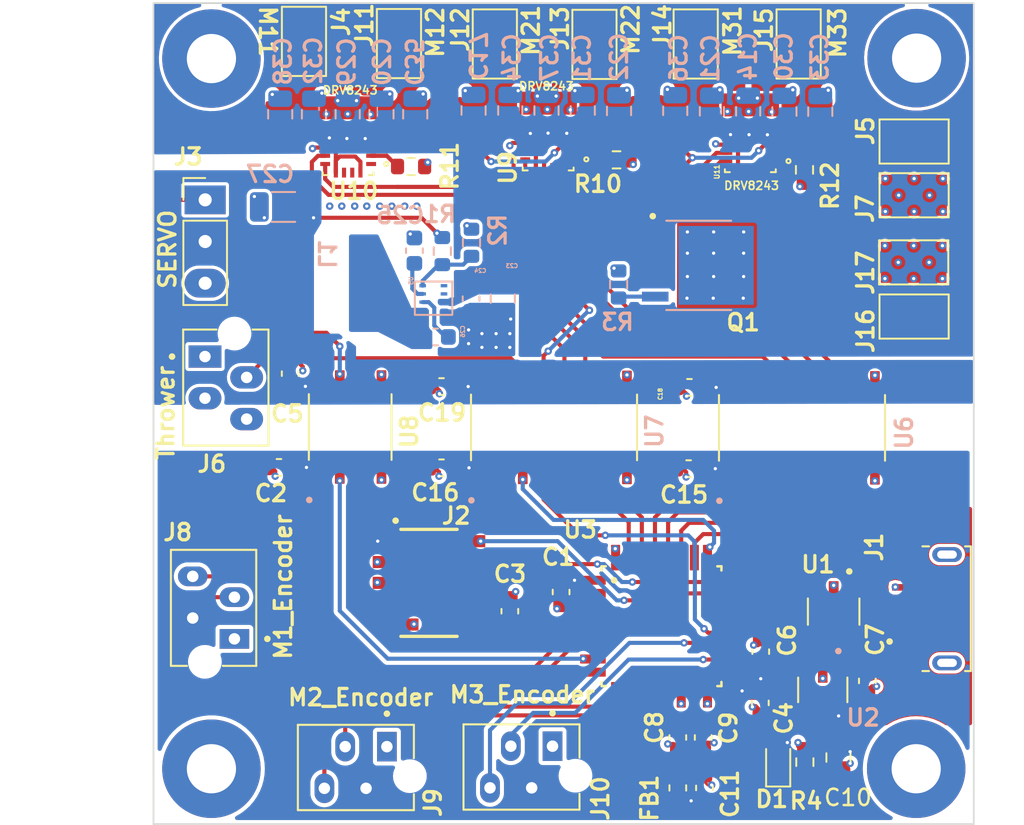
<source format=kicad_pcb>
(kicad_pcb (version 20211014) (generator pcbnew)
  (layers (0 "F.Cu" mixed) (1 "In1.Cu" power "GND1") (2 "In2.Cu" power "GND2") (31 "B.Cu" mixed) (34 "B.Paste" user) (35 "F.Paste" user) (36 "B.SilkS" user "B.Silkscreen") (37 "F.SilkS" user "F.Silkscreen") (38 "B.Mask" user) (39 "F.Mask" user) (44 "Edge.Cuts" user))
  (net 0 "")
  (net 1 "/NRST")
  (net 2 "+5V")
  (net 3 "/SWDIO")
  (net 4 "/V+")
  (net 5 "GND2")
  (net 6 "Net-(D1-Pad1)")
  (net 7 "/USB_D-")
  (net 8 "/USB_D+")
  (net 10 "/Thrower_PWM")
  (net 12 "/Motor1_OUT2")
  (net 13 "/Motor1_OUT1")
  (net 14 "/Motor2_OUT2")
  (net 15 "/Motor2_OUT1")
  (net 16 "/Motor3_OUT2")
  (net 17 "/Motor3_OUT1")
  (net 20 "/Motor2_ENCA")
  (net 21 "/Motor2_ENCB")
  (net 22 "/Servo_PWM")
  (net 24 "/Motor3_ENCB")
  (net 26 "/Motor3_ENCA")
  (net 29 "/Motor1_ENCA")
  (net 30 "/Motor1_ENCB")
  (net 31 "/nSLEEP")
  (net 32 "/Motor3_DIR")
  (net 33 "/Motor3_PWM")
  (net 34 "/Motor2_DIR")
  (net 35 "/Motor2_PWM")
  (net 36 "/Motor1_DIR")
  (net 37 "/Motor1_PWM")
  (net 41 "/Thrower_PWM_Isolated")
  (net 42 "/nSLEEP_Isolated")
  (net 43 "/Motor3_DIR_Isolated")
  (net 44 "/Motor3_PWM_Isolated")
  (net 49 "/Motor2_DIR_Isolated")
  (net 50 "/Motor2_PWM_Isolated")
  (net 51 "/Motor1_DIR_Isolated")
  (net 52 "/Motor1_PWM_Isolated")
  (net 54 "/Servo_PWM_Isolated")
  (net 59 "Net-(R10-Pad2)")
  (net 64 "/SWCLK")
  (net 68 "GND")
  (net 69 "/3.3VA")
  (net 71 "Net-(C26-Pad1)")
  (net 77 "Net-(C25-Pad1)")
  (net 78 "+5VD")
  (net 79 "/FB")
  (net 82 "/VM")
  (net 83 "Net-(Q1-Pad4)")
  (net 84 "+3.3V")
  (net 85 "Net-(R11-Pad2)")
  (net 86 "Net-(R12-Pad2)")
  (net 87 "/SW")
  (footprint "Micro-MaTch215079-4:TE_7-215079-4" (layer "F.Cu") (at 130.9149 121.4727 -90)
    (fp_text reference "J8")
    (fp_text value "M1_Encoder")
  )
  (footprint "Micro-MaTch215079-4:TE_7-215079-4" (layer "F.Cu") (at 129.1215 104.2675 90)
    (fp_text reference "J6")
    (fp_text value "Thrower")
  )
  (footprint "Capacitor_SMD:C_0603_1608Metric" (layer "F.Cu") (at 133.6294 111.0234)
    (fp_text reference "C2")
    (fp_text value "0.1uF")
  )
  (footprint "Capacitor_SMD:C_0603_1608Metric" (layer "F.Cu") (at 150.8252 118.618 -90)
    (fp_text reference "C1")
    (fp_text value "100nF")
  )
  (footprint "Connector_PinHeader_2.54mm:PinHeader_1x03_P2.54mm_Vertical" (layer "F.Cu") (at 129.1336 94.7166)
    (fp_text reference "J3")
    (fp_text value "SERVO")
  )
  (footprint "Inductor_SMD:L_0603_1608Metric" (layer "F.Cu") (at 157.9372 130.556 -90)
    (fp_text reference "FB1")
    (fp_text value "120R")
  )
  (footprint "Capacitor_SMD:C_0603_1608Metric" (layer "F.Cu") (at 157.9372 127.4826 -90)
    (fp_text reference "C8")
    (fp_text value "10nF")
  )
  (footprint "Samtec FTSH-105-01-L-DV-K:SAMTEC_FTSH-105-XX-X-DV" (layer "F.Cu") (at 142.7734 118.0592 -90)
    (fp_text reference "J2")
    (fp_text value "Programmer")
  )
  (footprint "1pinSMD:1PinSMD" (layer "F.Cu") (at 172.2882 101.854 180)
    (fp_text reference "J16")
    (fp_text value "Thrower+")
  )
  (footprint "STM32G441KB:STM32G441KB" (layer "F.Cu") (at 156.9466 120.7008)
    (fp_text reference "U3")
    (fp_text value "STM32G441KB")
  )
  (footprint "LED_SMD:LED_0603_1608Metric" (layer "F.Cu") (at 164.0545 128.9851 90)
    (fp_text reference "D1")
    (fp_text value "LED")
  )
  (footprint "1pinSMD:1PinSMD" (layer "F.Cu") (at 172.2628 98.552 180)
    (fp_text reference "J17")
    (fp_text value "Thrower-")
  )
  (footprint "Capacitor_SMD:C_0603_1608Metric" (layer "F.Cu") (at 159.5628 130.556 90)
    (fp_text reference "C11")
    (fp_text value "1uF")
  )
  (footprint "Resistor_SMD:R_0603_1608Metric" (layer "F.Cu") (at 165.68 128.985 90)
    (fp_text reference "R4")
    (fp_text value "1k5")
  )
  (footprint "DRV8243:DRV8243" (layer "F.Cu") (at 150.0378 90.623799 180)
    (fp_text reference "U9")
    (fp_text value "DRV8243")
  )
  (footprint "1pinSMD:1PinSMD" (layer "F.Cu") (at 135.18 85.11 -90)
    (fp_text reference "J4")
    (fp_text value "M11")
  )
  (footprint "Micro-MaTch215079-4:TE_7-215079-4" (layer "F.Cu") (at 150.3017 128.0127)
    (fp_text reference "J10")
    (fp_text value "M3_Encoder")
  )
  (footprint "1pinSMD:1PinSMD" (layer "F.Cu") (at 172.3898 94.4118)
    (fp_text reference "J7")
    (fp_text value "Battery-")
  )
  (footprint "Capacitor_SMD:C_0603_1608Metric" (layer "F.Cu") (at 134.3152 105.3084 90)
    (fp_text reference "C5")
    (fp_text value "0.1uF")
  )
  (footprint "Resistor_SMD:R_0603_1608Metric" (layer "F.Cu") (at 141.6812 92.6846 180)
    (fp_text reference "R11")
    (fp_text value "3k")
  )
  (footprint "Capacitor_SMD:C_0603_1608Metric" (layer "F.Cu") (at 143.5354 111.0488)
    (fp_text reference "C16")
    (fp_text value "0.1uF")
  )
  (footprint "1pinSMD:1PinSMD" (layer "F.Cu") (at 146.7612 85.1662 90)
    (fp_text reference "J12")
    (fp_text value "M21")
  )
  (footprint "DRV8243:DRV8243" (layer "F.Cu") (at 137.8464 90.907 180)
    (fp_text reference "U10")
    (fp_text value "DRV8243")
  )
  (footprint "1pinSMD:1PinSMD" (layer "F.Cu") (at 152.8318 85.1916 90)
    (fp_text reference "J13")
    (fp_text value "M22")
  )
  (footprint "Capacitor_SMD:C_0603_1608Metric" (layer "F.Cu") (at 162.9918 122.2502 90)
    (fp_text reference "C6")
    (fp_text value "4.7uF")
  )
  (footprint "Resistor_SMD:R_0603_1608Metric" (layer "F.Cu") (at 154.2034 92.2782 180)
    (fp_text reference "R10")
    (fp_text value "3k")
  )
  (footprint "CM1223-02SO:SOT95P280X145-5N" (layer "F.Cu") (at 167.4368 119.8118 -90)
    (fp_text reference "U1")
    (fp_text value "CM1223")
  )
  (footprint "Capacitor_SMD:C_0603_1608Metric" (layer "F.Cu") (at 147.701 119.7864 90)
    (fp_text reference "C3")
    (fp_text value "100nF")
  )
  (footprint "USB_Amphenol:FCI_10118193-0001LF" (layer "F.Cu") (at 174.3456 119.634 90)
    (fp_text reference "J1")
    (fp_text value "USB_B_Micro")
  )
  (footprint "1pinSMD:1PinSMD" (layer "F.Cu") (at 172.3898 91.1352)
    (fp_text reference "J5")
    (fp_text value "Battery+")
  )
  (footprint "Capacitor_SMD:C_0603_1608Metric" (layer "F.Cu") (at 169.49 124.035 -90)
    (fp_text reference "C7")
    (fp_text value "1uF")
  )
  (footprint "Micro-MaTch215079-4:TE_7-215079-4" (layer "F.Cu") (at 140.208 128.0414)
    (fp_text reference "J9")
    (fp_text value "M2_Encoder")
  )
  (footprint "Capacitor_SMD:C_0603_1608Metric" (layer "F.Cu") (at 143.5354 106.0958)
    (fp_text reference "C19")
    (fp_text value "0.1uF")
  )
  (footprint "Capacitor_SMD:C_0805_2012Metric" (layer "F.Cu") (at 167.7288 128.7044 -90)
    (fp_text reference "C10")
    (fp_text value "10uF")
  )
  (footprint "1pinSMD:1PinSMD" (layer "F.Cu") (at 140.9192 85.1408 90)
    (fp_text reference "J11")
    (fp_text value "M12")
  )
  (footprint "Capacitor_SMD:C_0603_1608Metric" (layer "F.Cu") (at 162.9664 125.3744 -90)
    (fp_text reference "C4")
    (fp_text value "100nF")
  )
  (footprint "Capacitor_SMD:C_0603_1608Metric" (layer "F.Cu") (at 158.6484 106.1466)
    (fp_text reference "C18")
    (fp_text value "0.1uF")
  )
  (footprint "Resistor_SMD:R_0603_1608Metric" (layer "F.Cu") (at 165.6588 92.8878 90)
    (fp_text reference "R12")
    (fp_text value "3k")
  )
  (footprint "1pinSMD:1PinSMD" (layer "F.Cu") (at 165.2778 85.1662 90)
    (fp_text reference "J15")
    (fp_text value "M33")
  )
  (footprint "1pinSMD:1PinSMD" (layer "F.Cu") (at 159.004 85.1662 90)
    (fp_text reference "J14")
    (fp_text value "M31")
  )
  (footprint "Capacitor_SMD:C_0603_1608Metric" (layer "F.Cu") (at 158.5976 111.0996)
    (fp_text reference "C15")
    (fp_text value "0.1uF")
  )
  (footprint "Capacitor_SMD:C_0603_1608Metric" (layer "F.Cu") (at 159.4866 127.4826 -90)
    (fp_text reference "C9")
    (fp_text value "1uF")
  )
  (footprint "DRV8243:DRV8243" (layer "F.Cu") (at 162.3574 90.7292 180)
    (fp_text reference "U11")
    (fp_text value "DRV8243")
  )
  (footprint "TPS62933:TPS62933" (layer "B.Cu") (at 143.6878 99.949 180)
    (fp_text reference "U5")
    (fp_text value "TPS62933")
  )
  (footprint "Capacitor_SMD:C_0805_2012Metric" (layer "B.Cu") (at 133.7056 89.4994 90)
    (fp_text reference "C38")
    (fp_text value "10uF")
  )
  (footprint "Capacitor_SMD:C_1206_3216Metric" (layer "B.Cu") (at 133.9088 95.1484)
    (fp_text reference "C27")
    (fp_text value "100uF")
  )
  (footprint "Capacitor_SMD:C_0805_2012Metric" (layer "B.Cu") (at 152.146 89.2708 90)
    (fp_text reference "C31")
    (fp_text value "10uF")
  )
  (footprint "Resistor_SMD:R_0603_1608Metric" (layer "B.Cu") (at 143.5862 97.8408 -90)
    (fp_text reference "R1")
    (fp_text value "52k3")
  )
  (footprint "Capacitor_SMD:C_0805_2012Metric" (layer "B.Cu") (at 154.3558 89.2962 90)
    (fp_text reference "C22")
    (fp_text value "10uF")
  )
  (footprint "Capacitor_SMD:C_0603_1608Metric" (layer "B.Cu") (at 143.1798 103.0732 180)
    (fp_text reference "C26")
    (fp_text value "100nF")
  )
  (footprint "Capacitor_SMD:C_0805_2012Metric" (layer "B.Cu") (at 139.8778 89.4994 90)
    (fp_text reference "C20")
    (fp_text value "10uF")
  )
  (footprint "Capacitor_SMD:C_0805_2012Metric" (layer "B.Cu") (at 147.2692 100.7364 -90)
    (fp_text reference "C23")
    (fp_text value "10uF")
  )
  (footprint "Capacitor_SMD:C_0805_2012Metric" (layer "B.Cu") (at 135.763 89.4994 90)
    (fp_text reference "C32")
    (fp_text value "10uF")
  )
  (footprint "Resistor_SMD:R_0603_1608Metric" (layer "B.Cu") (at 154.3304 99.8728 90)
    (fp_text reference "R3")
    (fp_text value "100")
  )
  (footprint "Capacitor_SMD:C_0805_2012Metric" (layer "B.Cu") (at 145.4912 89.2708 90)
    (fp_text reference "C17")
    (fp_text value "10uF")
  )
  (footprint "Capacitor_SMD:C_0805_2012Metric" (layer "B.Cu") (at 162.2258 89.3196 90)
    (fp_text reference "C14")
    (fp_text value "10uF")
  )
  (footprint "Capacitor_SMD:C_0805_2012Metric" (layer "B.Cu") (at 137.8204 89.4994 90)
    (fp_text reference "C29")
    (fp_text value "10uF")
  )
  (footprint "MAX14930:MAX14930DASE+" (layer "B.Cu") (at 150.3934 109.4994 -90)
    (fp_text reference "U7")
    (fp_text value "MAX14930")
  )
  (footprint "BUK6Y10:TO127P600X120-5N" (layer "B.Cu") (at 159.2114 99.21745 90)
    (fp_text reference "Q1")
    (fp_text value "BUK6Y10")
  )
  (footprint "Resistor_SMD:R_0603_1608Metric" (layer "B.Cu") (at 145.3642 97.3328 -90)
    (fp_text reference "R2")
    (fp_text value "10k")
  )
  (footprint "Capacitor_SMD:C_0805_2012Metric" (layer "B.Cu") (at 157.7808 89.2892 90)
    (fp_text reference "C36")
    (fp_text value "10uF")
  )
  (footprint "Capacitor_SMD:C_0805_2012Metric" (layer "B.Cu") (at 164.4356 89.3298 90)
    (fp_text reference "C30")
    (fp_text value "10uF")
  )
  (footprint "Capacitor_SMD:C_0603_1608Metric" (layer "B.Cu") (at 141.8844 97.8154 90)
    (fp_text reference "C25")
    (fp_text value "33nF")
  )
  (footprint "SRP6060FA5R6M:SRP6060FA5R6M" (layer "B.Cu") (at 133.4498 102.948 90)
    (fp_text reference "L1")
    (fp_text value "5.6uH")
  )
  (footprint "MAX14930:MAX14930DASE+" (layer "B.Cu") (at 165.5064 109.527 -90)
    (fp_text reference "U6")
    (fp_text value "MAX14930")
  )
  (footprint "Capacitor_SMD:C_0603_1608Metric" (layer "B.Cu") (at 145.3388 100.7364 -90)
    (fp_text reference "C24")
    (fp_text value "100nF")
  )
  (footprint "Capacitor_SMD:C_0805_2012Metric" (layer "B.Cu") (at 141.9352 89.4994 90)
    (fp_text reference "C35")
    (fp_text value "10uF")
  )
  (footprint "NCP164C:SOP95P275X110-5N" (layer "B.Cu") (at 166.7721 124.0723 90)
    (fp_text reference "U2")
    (fp_text value "NCP164C")
  )
  (footprint "Capacitor_SMD:C_0805_2012Metric" (layer "B.Cu") (at 147.7264 89.2708 90)
    (fp_text reference "C34")
    (fp_text value "10uF")
  )
  (footprint "MAX12930:MAX12930EASA+" (layer "B.Cu") (at 137.9728 109.4762 -90)
    (fp_text reference "U8")
    (fp_text value "MAX12930")
  )
  (footprint "Capacitor_SMD:C_0805_2012Metric" (layer "B.Cu") (at 166.62 89.34 90)
    (fp_text reference "C33")
    (fp_text value "10uF")
  )
  (footprint "Capacitor_SMD:C_0805_2012Metric" (layer "B.Cu") (at 160.016 89.3196 90)
    (fp_text reference "C21")
    (fp_text value "10uF")
  )
  (footprint "Capacitor_SMD:C_0805_2012Metric" (layer "B.Cu") (at 149.9362 89.2708 90)
    (fp_text reference "C37")
    (fp_text value "10uF")
  )
  (gr_rect (start 125.984 132.7658) (end 175.9712 82.7278) (layer "Edge.Cuts") (width 0.1) (fill none))
  (via (at 172.4914 86.0806) (size 6) (drill 3) (layers "F.Cu" "B.Cu") (net 0))
  (via (at 129.5146 129.3876) (size 6) (drill 3) (layers "F.Cu" "B.Cu") (net 0))
  (via (at 172.466 129.3876) (size 6) (drill 3) (layers "F.Cu" "B.Cu") (net 0))
  (via (at 129.5146 86.106) (size 6) (drill 3) (layers "F.Cu" "B.Cu") (net 0))
  (segment (start 152.7666 120.3008) (end 147.9616 120.3008) (width 0.25) (layer "F.Cu") (net 1))
  (segment (start 147.6632 120.5992) (end 147.701 120.5614) (width 0.25) (layer "F.Cu") (net 1))
  (segment (start 147.9616 120.3008) (end 147.701 120.5614) (width 0.25) (layer "F.Cu") (net 1))
  (segment (start 144.8084 120.5992) (end 147.6632 120.5992) (width 0.25) (layer "F.Cu") (net 1))
  (segment (start 156.1018 118.7008) (end 155.8798 118.9228) (width 0.25) (layer "F.Cu") (net 3))
  (segment (start 161.1266 118.7008) (end 156.1018 118.7008) (width 0.25) (layer "F.Cu") (net 3))
  (segment (start 155.8798 118.9228) (end 155.6766 119.126) (width 0.25) (layer "F.Cu") (net 3))
  (segment (start 155.6766 119.126) (end 154.6606 119.126) (width 0.25) (layer "F.Cu") (net 3))
  (segment (start 144.8084 115.5192) (end 145.923 115.5192) (width 0.25) (layer "F.Cu") (net 3))
  (via (at 145.923 115.5192) (size 0.45) (drill 0.2) (layers "F.Cu" "B.Cu") (net 3))
  (via (at 154.6606 119.126) (size 0.45) (drill 0.2) (layers "F.Cu" "B.Cu") (net 3))
  (segment (start 150.612695 115.5192) (end 154.219495 119.126) (width 0.25) (layer "B.Cu") (net 3))
  (segment (start 145.923 115.5192) (end 150.612695 115.5192) (width 0.25) (layer "B.Cu") (net 3))
  (segment (start 154.219495 119.126) (end 154.6606 119.126) (width 0.25) (layer "B.Cu") (net 3))
  (via (at 158.5214 99.3902) (size 0.45) (drill 0.2) (layers "F.Cu" "B.Cu") (net 4))
  (via (at 161.9504 97.9678) (size 0.45) (drill 0.2) (layers "F.Cu" "B.Cu") (net 4))
  (via (at 160.0962 100.711) (size 0.45) (drill 0.2) (layers "F.Cu" "B.Cu") (net 4))
  (via (at 158.496 100.711) (size 0.45) (drill 0.2) (layers "F.Cu" "B.Cu") (net 4))
  (via (at 158.5214 97.9678) (size 0.45) (drill 0.2) (layers "F.Cu" "B.Cu") (net 4))
  (via (at 161.9504 99.3902) (size 0.45) (drill 0.2) (layers "F.Cu" "B.Cu") (net 4))
  (via (at 161.925 100.711) (size 0.45) (drill 0.2) (layers "F.Cu" "B.Cu") (net 4))
  (via (at 160.1216 97.9678) (size 0.45) (drill 0.2) (layers "F.Cu" "B.Cu") (net 4))
  (via (at 160.1216 99.3902) (size 0.45) (drill 0.2) (layers "F.Cu" "B.Cu") (net 4))
  (via (at 161.9504 96.6724) (size 0.45) (drill 0.2) (layers "F.Cu" "B.Cu") (net 4))
  (via (at 158.5214 96.6724) (size 0.45) (drill 0.2) (layers "F.Cu" "B.Cu") (net 4))
  (via (at 160.1216 96.6724) (size 0.45) (drill 0.2) (layers "F.Cu" "B.Cu") (net 4))
  (segment (start 138.2776 92.075) (end 138.596401 92.393801) (width 0.25) (layer "F.Cu") (net 5))
  (segment (start 134.734 104.5334) (end 134.9248 104.7242) (width 0.25) (layer "F.Cu") (net 5))
  (segment (start 143.2814 106.2228) (end 143.4084 106.3498) (width 0.25) (layer "F.Cu") (net 5))
  (segment (start 138.596401 92.393801) (end 138.596401 93.057001) (width 0.25) (layer "F.Cu") (net 5))
  (segment (start 134.9248 104.7242) (end 135.0772 104.8766) (width 0.25) (layer "F.Cu") (net 5))
  (segment (start 142.5062 92.6846) (end 142.5062 92.6216) (width 0.254) (layer "F.Cu") (net 5))
  (segment (start 161.607399 93.357599) (end 161.8742 93.6244) (width 0.254) (layer "F.Cu") (net 5))
  (segment (start 162.7632 93.6244) (end 163.107401 93.280199) (width 0.254) (layer "F.Cu") (net 5))
  (segment (start 161.607399 91.579599) (end 161.607399 92.879201) (width 0.254) (layer "F.Cu") (net 5))
  (segment (start 158.4706 106.553) (end 158.4706 106.68) (width 0.25) (layer "F.Cu") (net 5))
  (segment (start 135.0772 104.8766) (end 135.0772 105.1306) (width 0.25) (layer "F.Cu") (net 5))
  (segment (start 134.3152 104.5334) (end 134.734 104.5334) (width 0.25) (layer "F.Cu") (net 5))
  (segment (start 143.1544 106.0958) (end 143.2814 106.2228) (width 0.25) (layer "F.Cu") (net 5))
  (segment (start 163.107401 93.280199) (end 163.107401 92.879201) (width 0.254) (layer "F.Cu") (net 5))
  (segment (start 149.287799 92.7738) (end 149.287799 93.327799) (width 0.254) (layer "F.Cu") (net 5))
  (segment (start 149.287799 91.426599) (end 149.287799 92.7738) (width 0.254) (layer "F.Cu") (net 5))
  (segment (start 137.096399 93.057001) (end 137.096399 92.316401) (width 0.25) (layer "F.Cu") (net 5))
  (segment (start 161.382 91.3542) (end 161.607399 91.579599) (width 0.254) (layer "F.Cu") (net 5))
  (segment (start 149.287799 93.327799) (end 149.5336 93.5736) (width 0.254) (layer "F.Cu") (net 5))
  (segment (start 149.5336 93.5736) (end 150.4188 93.5736) (width 0.254) (layer "F.Cu") (net 5))
  (segment (start 137.096399 91.782799) (end 136.8456 91.532) (width 0.254) (layer "F.Cu") (net 5))
  (segment (start 161.607399 92.879201) (end 161.607399 93.357599) (width 0.254) (layer "F.Cu") (net 5))
  (segment (start 148.6378 91.248799) (end 148.085339 91.248799) (width 0.254) (layer "F.Cu") (net 5))
  (segment (start 149.109999 91.248799) (end 149.287799 91.426599) (width 0.254) (layer "F.Cu") (net 5))
  (segment (start 158.0642 106.1466) (end 158.242 106.3244) (width 0.25) (layer "F.Cu") (net 5))
  (segment (start 135.73387 91.532) (end 135.675224 91.590646) (width 0.254) (layer "F.Cu") (net 5))
  (segment (start 160.9574 91.3542) (end 161.382 91.3542) (width 0.254) (layer "F.Cu") (net 5))
  (segment (start 150.4188 93.5736) (end 150.787801 93.204599) (width 0.254) (layer "F.Cu") (net 5))
  (segment (start 142.7604 106.0958) (end 143.1544 106.0958) (width 0.25) (layer "F.Cu") (net 5))
  (segment (start 148.085339 91.248799) (end 147.866801 91.248799) (width 0.25) (layer "F.Cu") (net 5))
  (segment (start 142.5062 92.6216) (end 142.6972 92.4306) (width 0.254) (layer "F.Cu") (net 5))
  (segment (start 137.3378 92.075) (end 138.2776 92.075) (width 0.25) (layer "F.Cu") (net 5))
  (segment (start 161.8742 93.6244) (end 162.7632 93.6244) (width 0.254) (layer "F.Cu") (net 5))
  (segment (start 150.787801 93.204599) (end 150.787801 92.7738) (width 0.254) (layer "F.Cu") (net 5))
  (segment (start 160.298101 91.3542) (end 160.2486 91.304699) (width 0.254) (layer "F.Cu") (net 5))
  (segment (start 136.8456 91.532) (end 136.4464 91.532) (width 0.254) (layer "F.Cu") (net 5))
  (segment (start 158.242 106.3244) (end 158.4706 106.553) (width 0.25) (layer "F.Cu") (net 5))
  (segment (start 136.4464 91.532) (end 135.73387 91.532) (width 0.254) (layer "F.Cu") (net 5))
  (segment (start 148.6378 91.248799) (end 149.109999 91.248799) (width 0.254) (layer "F.Cu") (net 5))
  (segment (start 137.096399 92.316401) (end 137.3378 92.075) (width 0.25) (layer "F.Cu") (net 5))
  (segment (start 157.8734 106.1466) (end 158.0642 106.1466) (width 0.25) (layer "F.Cu") (net 5))
  (segment (start 143.4084 106.3498) (end 143.4084 106.5276) (width 0.25) (layer "F.Cu") (net 5))
  (segment (start 147.866801 91.248799) (end 147.701 91.4146) (width 0.25) (layer "F.Cu") (net 5))
  (segment (start 137.096399 93.057001) (end 137.096399 91.782799) (width 0.254) (layer "F.Cu") (net 5))
  (segment (start 160.9574 91.3542) (end 160.298101 91.3542) (width 0.254) (layer "F.Cu") (net 5))
  (via (at 136.525 89.4842) (size 0.45) (drill 0.2) (layers "F.Cu" "B.Cu") (net 5))
  (via (at 139.7694 95.1) (size 0.45) (drill 0.2) (layers "F.Cu" "B.Cu") (net 5))
  (via (at 158.4706 106.68) (size 0.45) (drill 0.2) (layers "F.Cu" "B.Cu") (net 5))
  (via (at 174.0662 97.5106) (size 0.45) (drill 0.2) (layers "F.Cu" "B.Cu") (net 5))
  (via (at 148.209 88.0618) (size 0.45) (drill 0.2) (layers "F.Cu" "B.Cu") (net 5))
  (via (at 147.701 91.4146) (size 0.45) (drill 0.2) (layers "F.Cu" "B.Cu") (net 5))
  (via (at 145.9992 102.87) (size 0.45) (drill 0.2) (layers "F.Cu" "B.Cu") (net 5))
  (via (at 170.5864 93.4212) (size 0.45) (drill 0.2) (layers "F.Cu" "B.Cu") (net 5))
  (via (at 147.701 102.87) (size 0.45) (drill 0.2) (layers "F.Cu" "B.Cu") (net 5))
  (via (at 154.8384 105.3846) (size 0.45) (drill 0.2) (layers "F.Cu" "B.Cu") (net 5))
  (via (at 139.2174 89.5096) (size 0.45) (drill 0.2) (layers "F.Cu" "B.Cu") (net 5))
  (via (at 140.3858 88.265) (size 0.45) (drill 0.2) (layers "F.Cu" "B.Cu") (net 5))
  (via (at 160.5026 88.011) (size 0.45) (drill 0.2) (layers "F.Cu" "B.Cu") (net 5))
  (via (at 163.6522 89.3572) (size 0.45) (drill 0.2) (layers "F.Cu" "B.Cu") (net 5))
  (via (at 167.1066 88.0364) (size 0.45) (drill 0.2) (layers "F.Cu" "B.Cu") (net 5))
  (via (at 142.6972 92.4306) (size 0.45) (drill 0.2) (layers "F.Cu" "B.Cu") (net 5))
  (via (at 173.2534 98.5266) (size 0.45) (drill 0.2) (layers "F.Cu" "B.Cu") (net 5))
  (via (at 137.458 95.1) (size 0.45) (drill 0.2) (layers "F.Cu" "B.Cu") (net 5))
  (via (at 174.0916 95.4278) (size 0.45) (drill 0.2) (layers "F.Cu" "B.Cu") (net 5))
  (via (at 151.384 89.2302) (size 0.45) (drill 0.2) (layers "F.Cu" "B.Cu") (net 5))
  (via (at 138.3538 88.6714) (size 0.45) (drill 0.2) (layers "F.Cu" "B.Cu") (net 5))
  (via (at 145.9992 103.7082) (size 0.45) (drill 0.2) (layers "F.Cu" "B.Cu") (net 5))
  (via (at 145.1864 103.4796) (size 0.45) (drill 0.2) (layers "F.Cu" "B.Cu") (net 5))
  (via (at 162.7886 88.519) (size 0.45) (drill 0.2) (layers "F.Cu" "B.Cu") (net 5))
  (via (at 136.7214 95.1) (size 0.45) (drill 0.2) (layers "F.Cu" "B.Cu") (net 5))
  (via (at 169.9514 105.41) (size 0.45) (drill 0.2) (layers "F.Cu" "B.Cu") (net 5))
  (via (at 141.6304 96.7994) (size 0.45) (drill 0.2) (layers "F.Cu" "B.Cu") (net 5))
  (via (at 146.8628 103.7082) (size 0.45) (drill 0.2) (layers "F.Cu" "B.Cu") (net 5))
  (via (at 170.561 97.5106) (size 0.45) (drill 0.2) (layers "F.Cu" "B.Cu") (net 5))
  (via (at 145.0848 96.2914) (size 0.45) (drill 0.2) (layers "F.Cu" "B.Cu") (net 5))
  (via (at 150.5204 88.392) (size 0.45) (drill 0.2) (layers "F.Cu" "B.Cu") (net 5))
  (via (at 133.223 88.2904) (size 0.45) (drill 0.2) (layers "F.Cu" "B.Cu") (net 5))
  (via (at 141.2934 95.1) (size 0.45) (drill 0.2) (layers "F.Cu" "B.Cu") (net 5))
  (via (at 160.2486 91.304699) (size 0.45) (drill 0.2) (layers "F.Cu" "B.Cu") (net 5))
  (via (at 164.9476 88.011) (size 0.45) (drill 0.2) (layers "F.Cu" "B.Cu") (net 5))
  (via (at 142.4178 88.265) (size 0.45) (drill 0.2) (layers "F.Cu" "B.Cu") (net 5))
  (via (at 151.6634 88.0618) (size 0.45) (drill 0.2) (layers "F.Cu" "B.Cu") (net 5))
  (via (at 170.561 99.5172) (size 0.45) (drill 0.2) (layers "F.Cu" "B.Cu") (net 5))
  (via (at 138.982 95.1) (size 0.45) (drill 0.2) (layers "F.Cu" "B.Cu") (net 5))
  (via (at 149.987 89.2048) (size 0.45) (drill 0.2) (layers "F.Cu" "B.Cu") (net 5))
  (via (at 137.8204 89.4842) (size 0.45) (drill 0.2) (layers "F.Cu" "B.Cu") (net 5))
  (via (at 174.0662 99.5172) (size 0.45) (drill 0.2) (layers "F.Cu" "B.Cu") (net 5))
  (via (at 144.9832 88.0618) (size 0.45) (drill 0.2) (layers "F.Cu" "B.Cu") (net 5))
  (via (at 143.4084 106.5276) (size 0.45) (drill 0.2) (layers "F.Cu" "B.Cu") (net 5))
  (via (at 139.8778 105.3592) (size 0.45) (drill 0.2) (layers "F.Cu" "B.Cu") (net 5))
  (via (at 132.7404 95.8088) (size 0.45) (drill 0.2) (layers "F.Cu" "B.Cu") (net 5))
  (via (at 154.8384 88.0364) (size 0.45) (drill 0.2) (layers "F.Cu" "B.Cu") (net 5))
  (via (at 155.2194 92.5576) (size 0.45) (drill 0.2) (layers "F.Cu" "B.Cu") (net 5))
  (via (at 172.339 93.4212) (size 0.45) (drill 0.2) (layers "F.Cu" "B.Cu") (net 5))
  (via (at 145.1864 102.6414) (size 0.45) (drill 0.2) (layers "F.Cu" "B.Cu") (net 5))
  (via (at 174.0916 93.4212) (size 0.45) (drill 0.2) (layers "F.Cu" "B.Cu") (net 5))
  (via (at 170.5864 95.4278) (size 0.45) (drill 0.2) (layers "F.Cu" "B.Cu") (net 5))
  (via (at 165.3794 93.9038) (size 0.45) (drill 0.2) (layers "F.Cu" "B.Cu") (net 5))
  (via (at 172.3136 99.5172) (size 0.45) (drill 0.2) (layers "F.Cu" "B.Cu") (net 5))
  (via (at 138.2454 95.1) (size 0.45) (drill 0.2) (layers "F.Cu" "B.Cu") (net 5))
  (via (at 154.051 98.8822) (size 0.45) (drill 0.2) (layers "F.Cu" "B.Cu") (net 5))
  (via (at 172.339 95.4278) (size 0.45) (drill 0.2) (layers "F.Cu" "B.Cu") (net 5))
  (via (at 147.701 103.7082) (size 0.45) (drill 0.2) (layers "F.Cu" "B.Cu") (net 5))
  (via (at 146.8628 102.87) (size 0.45) (drill 0.2) (layers "F.Cu" "B.Cu") (net 5))
  (via (at 162.2552 89.3318) (size 0.45) (drill 0.2) (layers "F.Cu" "B.Cu") (net 5))
  (via (at 132.1308 94.5134) (size 0.45) (drill 0.2) (layers "F.Cu" "B.Cu") (net 5))
  (via (at 171.3992 94.4372) (size 0.45) (drill 0.2) (layers "F.Cu" "B.Cu") (net 5))
  (via (at 160.9598 89.3318) (size 0.45) (drill 0.2) (layers "F.Cu" "B.Cu") (net 5))
  (via (at 171.3738 98.5266) (size 0.45) (drill 0.2) (layers "F.Cu" "B.Cu") (net 5))
  (via (at 140.506 95.1) (size 0.45) (drill 0.2) (layers "F.Cu" "B.Cu") (net 5))
  (via (at 135.675224 91.590646) (size 0.45) (drill 0.2) (layers "F.Cu" "B.Cu") (net 5))
  (via (at 173.2788 94.4372) (size 0.45) (drill 0.2) (layers "F.Cu" "B.Cu") (net 5))
  (via (at 161.6456 88.519) (size 0.45) (drill 0.2) (layers "F.Cu" "B.Cu") (net 5))
  (via (at 142.03 95.1) (size 0.45) (drill 0.2) (layers "F.Cu" "B.Cu") (net 5))
  (via (at 149.3774 88.392) (size 0.45) (drill 0.2) (layers "F.Cu" "B.Cu") (net 5))
  (via (at 157.3022 87.9856) (size 0.45) (drill 0.2) (layers "F.Cu" "B.Cu") (net 5))
  (via (at 136.2456 88.2142) (size 0.45) (drill 0.2) (layers "F.Cu" "B.Cu") (net 5))
  (via (at 135.0772 105.1306) (size 0.45) (drill 0.2) (layers "F.Cu" "B.Cu") (net 5))
  (via (at 148.6916 89.2048) (size 0.45) (drill 0.2) (layers "F.Cu" "B.Cu") (net 5))
  (via (at 137.2108 88.6714) (size 0.45) (drill 0.2) (layers "F.Cu" "B.Cu") (net 5))
  (via (at 172.3136 97.5106) (size 0.45) (drill 0.2) (layers "F.Cu" "B.Cu") (net 5))
  (via (at 147.7518 101.981) (size 0.45) (drill 0.2) (layers "F.Cu" "B.Cu") (net 5))
  (segment (start 166.624 88.3056) (end 166.8374 88.3056) (width 0.25) (layer "B.Cu") (net 5))
  (segment (start 141.8844 97.0404) (end 141.8714 97.0404) (width 0.25) (layer "B.Cu") (net 5))
  (segment (start 141.8714 97.0404) (end 141.6304 96.7994) (width 0.25) (layer "B.Cu") (net 5))
  (segment (start 166.8374 88.3056) (end 167.1066 88.0364) (width 0.25) (layer "B.Cu") (net 5))
  (segment (start 145.3642 96.5078) (end 145.3012 96.5078) (width 0.25) (layer "B.Cu") (net 5))
  (segment (start 166.624 88.3056) (end 166.69 88.3056) (width 0.25) (layer "B.Cu") (net 5))
  (segment (start 145.3388 101.5114) (end 145.3388 102.489) (width 0.25) (layer "B.Cu") (net 5))
  (segment (start 145.3012 96.5078) (end 145.0848 96.2914) (width 0.25) (layer "B.Cu") (net 5))
  (segment (start 145.3388 102.489) (end 145.1864 102.6414) (width 0.25) (layer "B.Cu") (net 5))
  (segment (start 165.68 129.81) (end 164.0919 129.81) (width 0.25) (layer "F.Cu") (net 6))
  (segment (start 164.0919 129.81) (end 164.0545 129.7726) (width 0.25) (layer "F.Cu") (net 6))
  (segment (start 171.6706 120.284) (end 170.9166 120.284) (width 0.153162) (layer "F.Cu") (net 7))
  (segment (start 162.3516 120.1368) (end 165.7858 120.1368) (width 0.153162) (layer "F.Cu") (net 7))
  (segment (start 161.1266 120.3008) (end 162.1876 120.3008) (width 0.153162) (layer "F.Cu") (net 7))
  (segment (start 165.7858 120.1368) (end 166.4868 120.8378) (width 0.153162) (layer "F.Cu") (net 7))
  (segment (start 170.9166 120.284) (end 170.7694 120.1368) (width 0.153162) (layer "F.Cu") (net 7))
  (segment (start 166.4868 120.711) (end 167.061 120.1368) (width 0.153162) (layer "F.Cu") (net 7))
  (segment (start 166.4868 120.8378) (end 166.4868 121.2368) (width 0.153162) (layer "F.Cu") (net 7))
  (segment (start 162.1876 120.3008) (end 162.3516 120.1368) (width 0.153162) (layer "F.Cu") (net 7))
  (segment (start 167.061 120.1368) (end 170.7694 120.1368) (width 0.153162) (layer "F.Cu") (net 7))
  (segment (start 165.8862 119.7368) (end 166.4868 119.1362) (width 0.153162) (layer "F.Cu") (net 8))
  (segment (start 171.6706 119.634) (end 170.8682 119.634) (width 0.153162) (layer "F.Cu") (net 8))
  (segment (start 162.358 119.7368) (end 165.8862 119.7368) (width 0.153162) (layer "F.Cu") (net 8))
  (segment (start 162.122 119.5008) (end 162.358 119.7368) (width 0.153162) (layer "F.Cu") (net 8))
  (segment (start 166.4868 119.1362) (end 166.4868 118.6368) (width 0.153162) (layer "F.Cu") (net 8))
  (segment (start 167.0824 119.7368) (end 170.7654 119.7368) (width 0.153162) (layer "F.Cu") (net 8))
  (segment (start 170.8682 119.634) (end 170.7654 119.7368) (width 0.153162) (layer "F.Cu") (net 8))
  (segment (start 166.4868 119.1412) (end 167.0824 119.7368) (width 0.153162) (layer "F.Cu") (net 8))
  (segment (start 161.1266 119.5008) (end 162.122 119.5008) (width 0.153162) (layer "F.Cu") (net 8))
  (segment (start 159.7466 116.5208) (end 159.7466 116.0212) (width 0.25) (layer "F.Cu") (net 10))
  (segment (start 148.4884 111.06) (end 148.4884 111.76) (width 0.25) (layer "F.Cu") (net 10))
  (segment (start 159.7466 116.0212) (end 159.893 115.8748) (width 0.25) (layer "F.Cu") (net 10))
  (via (at 159.893 115.8748) (size 0.45) (drill 0.2) (layers "F.Cu" "B.Cu") (net 10))
  (via (at 148.4884 111.76) (size 0.45) (drill 0.2) (layers "F.Cu" "B.Cu") (net 10))
  (segment (start 148.4884 111.76) (end 148.4884 112.3442) (width 0.25) (layer "B.Cu") (net 10))
  (segment (start 150.368 114.2238) (end 159.4866 114.2238) (width 0.25) (layer "B.Cu") (net 10))
  (segment (start 148.4884 112.3442) (end 150.368 114.2238) (width 0.25) (layer "B.Cu") (net 10))
  (segment (start 160.147 114.8842) (end 160.147 115.6208) (width 0.25) (layer "B.Cu") (net 10))
  (segment (start 160.147 115.6208) (end 159.893 115.8748) (width 0.25) (layer "B.Cu") (net 10))
  (segment (start 159.4866 114.2238) (end 160.147 114.8842) (width 0.25) (layer "B.Cu") (net 10))
  (segment (start 155.321 126.1364) (end 155.7466 125.7108) (width 0.25) (layer "F.Cu") (net 20))
  (segment (start 155.7466 125.7108) (end 155.7466 124.8808) (width 0.25) (layer "F.Cu") (net 20))
  (segment (start 137.668 128.0414) (end 137.668 126.7968) (width 0.25) (layer "F.Cu") (net 20))
  (segment (start 137.668 126.7968) (end 138.3284 126.1364) (width 0.25) (layer "F.Cu") (net 20))
  (segment (start 138.3284 126.1364) (end 155.321 126.1364) (width 0.25) (layer "F.Cu") (net 20))
  (segment (start 136.398 126.6444) (end 136.398 130.5814) (width 0.25) (layer "F.Cu") (net 21))
  (segment (start 154.1466 124.8808) (end 154.1466 125.101) (width 0.25) (layer "F.Cu") (net 21))
  (segment (start 154.1466 125.101) (end 153.6446 125.603) (width 0.25) (layer "F.Cu") (net 21))
  (segment (start 153.6446 125.603) (end 137.4394 125.603) (width 0.25) (layer "F.Cu") (net 21))
  (segment (start 137.4394 125.603) (end 136.398 126.6444) (width 0.25) (layer "F.Cu") (net 21))
  (segment (start 152.1902 122.7008) (end 152.1714 122.682) (width 0.25) (layer "F.Cu") (net 22))
  (segment (start 152.7666 122.7008) (end 152.1902 122.7008) (width 0.25) (layer "F.Cu") (net 22))
  (segment (start 137.3378 111.0368) (end 137.3378 111.8362) (width 0.25) (layer "F.Cu") (net 22))
  (via (at 152.1714 122.682) (size 0.45) (drill 0.2) (layers "F.Cu" "B.Cu") (net 22))
  (via (at 137.3378 111.8362) (size 0.45) (drill 0.2) (layers "F.Cu" "B.Cu") (net 22))
  (segment (start 140.2588 122.682) (end 137.3378 119.761) (width 0.25) (layer "B.Cu") (net 22))
  (segment (start 152.1714 122.682) (end 140.2588 122.682) (width 0.25) (layer "B.Cu") (net 22))
  (segment (start 137.3378 119.761) (end 137.3378 111.8362) (width 0.25) (layer "B.Cu") (net 22))
  (segment (start 158.3182 121.7168) (end 160.9426 121.7168) (width 0.25) (layer "F.Cu") (net 24))
  (segment (start 160.9426 121.7168) (end 161.1266 121.9008) (width 0.25) (layer "F.Cu") (net 24))
  (via (at 158.3182 121.7168) (size 0.45) (drill 0.2) (layers "F.Cu" "B.Cu") (net 24))
  (segment (start 146.4917 127.0409) (end 146.4917 130.5527) (width 0.25) (layer "B.Cu") (net 24))
  (segment (start 154.9908 121.7168) (end 151.3078 125.3998) (width 0.25) (layer "B.Cu") (net 24))
  (segment (start 148.1328 125.3998) (end 146.4917 127.0409) (width 0.25) (layer "B.Cu") (net 24))
  (segment (start 151.3078 125.3998) (end 148.1328 125.3998) (width 0.25) (layer "B.Cu") (net 24))
  (segment (start 158.3182 121.7168) (end 154.9908 121.7168) (width 0.25) (layer "B.Cu") (net 24))
  (segment (start 161.0946 122.7328) (end 161.1266 122.7008) (width 0.25) (layer "F.Cu") (net 26))
  (segment (start 159.4866 122.7328) (end 161.0946 122.7328) (width 0.25) (layer "F.Cu") (net 26))
  (via (at 159.4866 122.7328) (size 0.45) (drill 0.2) (layers "F.Cu" "B.Cu") (net 26))
  (segment (start 154.94 122.7328) (end 159.4866 122.7328) (width 0.25) (layer "B.Cu") (net 26))
  (segment (start 147.7617 128.0127) (end 147.7617 127.3457) (width 0.25) (layer "B.Cu") (net 26))
  (segment (start 149.1234 125.984) (end 151.6888 125.984) (width 0.25) (layer "B.Cu") (net 26))
  (segment (start 151.6888 125.984) (end 154.94 122.7328) (width 0.25) (layer "B.Cu") (net 26))
  (segment (start 147.7617 127.3457) (end 149.1234 125.984) (width 0.25) (layer "B.Cu") (net 26))
  (segment (start 127.3655 118.9327) (end 130.9149 118.9327) (width 0.25) (layer "F.Cu") (net 29))
  (segment (start 126.7206 117.094) (end 126.7206 118.2878) (width 0.25) (layer "F.Cu") (net 29))
  (segment (start 131.7244 116.4082) (end 132.5372 116.4082) (width 0.25) (layer "F.Cu") (net 29))
  (segment (start 148.3614 124.079) (end 135.2296 124.079) (width 0.25) (layer "F.Cu") (net 29))
  (segment (start 132.5372 116.4082) (end 133.858 117.729) (width 0.25) (layer "F.Cu") (net 29))
  (segment (start 126.7206 118.2878) (end 127.3655 118.9327) (width 0.25) (layer "F.Cu") (net 29))
  (segment (start 151.3396 121.1008) (end 148.3614 124.079) (width 0.25) (layer "F.Cu") (net 29))
  (segment (start 133.858 117.729) (end 133.858 122.7074) (width 0.25) (layer "F.Cu") (net 29))
  (segment (start 135.2296 124.079) (end 133.858 122.7074) (width 0.25) (layer "F.Cu") (net 29))
  (segment (start 127.4064 116.4082) (end 126.7206 117.094) (width 0.25) (layer "F.Cu") (net 29))
  (segment (start 131.7244 116.4082) (end 127.4064 116.4082) (width 0.25) (layer "F.Cu") (net 29))
  (segment (start 152.7666 121.1008) (end 151.3396 121.1008) (width 0.25) (layer "F.Cu") (net 29))
  (segment (start 151.5302 121.9008) (end 148.7932 124.6378) (width 0.25) (layer "F.Cu") (net 30))
  (segment (start 134.3406 124.6378) (end 132.969 123.2662) (width 0.25) (layer "F.Cu") (net 30))
  (segment (start 132.969 123.2662) (end 132.969 118.4656) (width 0.25) (layer "F.Cu") (net 30))
  (segment (start 132.969 118.4656) (end 132.1661 117.6627) (width 0.25) (layer "F.Cu") (net 30))
  (segment (start 148.7932 124.6378) (end 134.3406 124.6378) (width 0.25) (layer "F.Cu") (net 30))
  (segment (start 152.7666 121.9008) (end 151.5302 121.9008) (width 0.25) (layer "F.Cu") (net 30))
  (segment (start 132.1661 117.6627) (end 128.3749 117.6627) (width 0.25) (layer "F.Cu") (net 30))
  (segment (start 159.785 121.1008) (end 159.5374 120.8532) (width 0.25) (layer "F.Cu") (net 31))
  (segment (start 161.1266 121.1008) (end 159.785 121.1008) (width 0.25) (layer "F.Cu") (net 31))
  (segment (start 151.9428 115.1636) (end 153.5176 115.1636) (width 0.25) (layer "F.Cu") (net 31))
  (segment (start 149.7584 112.9792) (end 151.9428 115.1636) (width 0.25) (layer "F.Cu") (net 31))
  (segment (start 149.7584 111.06) (end 149.7584 112.9792) (width 0.25) (layer "F.Cu") (net 31))
  (via (at 159.5374 120.8532) (size 0.45) (drill 0.2) (layers "F.Cu" "B.Cu") (net 31))
  (via (at 153.5176 115.1636) (size 0.45) (drill 0.2) (layers "F.Cu" "B.Cu") (net 31))
  (segment (start 158.9786 115.57) (end 158.9786 118.999) (width 0.25) (layer "B.Cu") (net 31))
  (segment (start 158.9532 115.5446) (end 158.9786 115.57) (width 0.25) (layer "B.Cu") (net 31))
  (segment (start 153.5176 115.1636) (end 154.6606 115.1636) (width 0.25) (layer "B.Cu") (net 31))
  (segment (start 158.5722 115.1636) (end 158.9532 115.5446) (width 0.25) (layer "B.Cu") (net 31))
  (segment (start 154.6606 115.1636) (end 158.5722 115.1636) (width 0.25) (layer "B.Cu") (net 31))
  (segment (start 158.9786 118.999) (end 158.9786 119.9134) (width 0.25) (layer "B.Cu") (net 31))
  (segment (start 158.9786 120.2944) (end 158.9786 119.9134) (width 0.25) (layer "B.Cu") (net 31))
  (segment (start 159.5374 120.8532) (end 158.9786 120.2944) (width 0.25) (layer "B.Cu") (net 31))
  (segment (start 164.5412 115.0874) (end 167.4114 112.2172) (width 0.25) (layer "F.Cu") (net 32))
  (segment (start 167.4114 112.2172) (end 167.4114 111.0876) (width 0.25) (layer "F.Cu") (net 32))
  (segment (start 158.9466 116.5208) (end 158.9466 115.6274) (width 0.25) (layer "F.Cu") (net 32))
  (segment (start 159.4866 115.0874) (end 164.5412 115.0874) (width 0.25) (layer "F.Cu") (net 32))
  (segment (start 158.9466 115.6274) (end 159.4866 115.0874) (width 0.25) (layer "F.Cu") (net 32))
  (segment (start 163.8046 114.4016) (end 166.1414 112.0648) (width 0.25) (layer "F.Cu") (net 33))
  (segment (start 158.1466 114.878) (end 158.623 114.4016) (width 0.25) (layer "F.Cu") (net 33))
  (segment (start 158.623 114.4016) (end 163.8046 114.4016) (width 0.25) (layer "F.Cu") (net 33))
  (segment (start 158.1466 116.5208) (end 158.1466 114.878) (width 0.25) (layer "F.Cu") (net 33))
  (segment (start 166.1414 112.0648) (end 166.1414 111.0876) (width 0.25) (layer "F.Cu") (net 33))
  (segment (start 163.1696 113.7666) (end 164.8714 112.0648) (width 0.25) (layer "F.Cu") (net 34))
  (segment (start 157.3466 116.5208) (end 157.3466 114.3572) (width 0.25) (layer "F.Cu") (net 34))
  (segment (start 157.3466 114.3572) (end 157.9372 113.7666) (width 0.25) (layer "F.Cu") (net 34))
  (segment (start 164.8714 112.0648) (end 164.8714 111.0876) (width 0.25) (layer "F.Cu") (net 34))
  (segment (start 157.9372 113.7666) (end 163.1696 113.7666) (width 0.25) (layer "F.Cu") (net 34))
  (segment (start 156.5466 114.065) (end 157.5308 113.0808) (width 0.25) (layer "F.Cu") (net 35))
  (segment (start 157.5308 113.0808) (end 162.4838 113.0808) (width 0.25) (layer "F.Cu") (net 35))
  (segment (start 156.5466 116.5208) (end 156.5466 114.065) (width 0.25) (layer "F.Cu") (net 35))
  (segment (start 162.4838 113.0808) (end 163.6014 111.9632) (width 0.25) (layer "F.Cu") (net 35))
  (segment (start 163.6014 111.9632) (end 163.6014 111.0876) (width 0.25) (layer "F.Cu") (net 35))
  (segment (start 155.7466 116.5208) (end 155.7466 114.0652) (width 0.25) (layer "F.Cu") (net 36))
  (segment (start 154.6606 112.9792) (end 152.654 112.9792) (width 0.25) (layer "F.Cu") (net 36))
  (segment (start 155.7466 114.0652) (end 154.6606 112.9792) (width 0.25) (layer "F.Cu") (net 36))
  (segment (start 152.654 112.9792) (end 152.2984 112.6236) (width 0.25) (layer "F.Cu") (net 36))
  (segment (start 152.2984 112.6236) (end 152.2984 111.06) (width 0.25) (layer "F.Cu") (net 36))
  (segment (start 154.9466 114.3574) (end 154.2288 113.6396) (width 0.25) (layer "F.Cu") (net 37))
  (segment (start 154.9466 116.5208) (end 154.9466 114.3574) (width 0.25) (layer "F.Cu") (net 37))
  (segment (start 151.0284 112.7252) (end 151.0284 111.06) (width 0.25) (layer "F.Cu") (net 37))
  (segment (start 151.9428 113.6396) (end 151.0284 112.7252) (width 0.25) (layer "F.Cu") (net 37))
  (segment (start 154.2288 113.6396) (end 151.9428 113.6396) (width 0.25) (layer "F.Cu") (net 37))
  (segment (start 136.0678 103.4796) (end 134.0996 103.4796) (width 0.25) (layer "F.Cu") (net 41))
  (segment (start 148.4884 106.11) (end 148.4884 105.1052) (width 0.25) (layer "F.Cu") (net 41))
  (segment (start 134.0996 103.4796) (end 133.7194 103.4796) (width 0.25) (layer "F.Cu") (net 41))
  (segment (start 136.9568 104.3686) (end 136.0678 103.4796) (width 0.25) (layer "F.Cu") (net 41))
  (segment (start 147.7518 104.3686) (end 136.9568 104.3686) (width 0.25) (layer "F.Cu") (net 41))
  (segment (start 133.7194 103.4796) (end 131.6615 105.5375) (width 0.25) (layer "F.Cu") (net 41))
  (segment (start 148.4884 105.1052) (end 147.7518 104.3686) (width 0.25) (layer "F.Cu") (net 41))
  (segment (start 149.7584 104.2162) (end 150.0378 103.9368) (width 0.25) (layer "F.Cu") (net 42))
  (segment (start 157.872999 91.248799) (end 158.7754 92.1512) (width 0.25) (layer "F.Cu") (net 42))
  (segment (start 163.23 91.3542) (end 163.7574 91.3542) (width 0.254) (layer "F.Cu") (net 42))
  (segment (start 156.145799 91.248799) (end 157.872999 91.248799) (width 0.25) (layer "F.Cu") (net 42))
  (segment (start 139.2464 91.532) (end 142.2242 91.532) (width 0.25) (layer "F.Cu") (net 42))
  (segment (start 152.9588 94.234) (end 156.7434 94.234) (width 0.25) (layer "F.Cu") (net 42))
  (segment (start 151.9174 100.8126) (end 151.9174 95.2754) (width 0.25) (layer "F.Cu") (net 42))
  (segment (start 151.9174 95.2754) (end 152.9588 94.234) (width 0.25) (layer "F.Cu") (net 42))
  (segment (start 156.7434 94.234) (end 158.8262 92.1512) (width 0.25) (layer "F.Cu") (net 42))
  (segment (start 158.7754 92.1512) (end 158.8262 92.1512) (width 0.25) (layer "F.Cu") (net 42))
  (segment (start 162.8648 91.7194) (end 163.23 91.3542) (width 0.254) (layer "F.Cu") (net 42))
  (segment (start 145.7102 91.532) (end 146.5326 92.3544) (width 0.254) (layer "F.Cu") (net 42))
  (segment (start 151.016401 91.248799) (end 150.4188 91.8464) (width 0.254) (layer "F.Cu") (net 42))
  (segment (start 152.5524 101.4476) (end 151.9174 100.8126) (width 0.25) (layer "F.Cu") (net 42))
  (segment (start 151.4378 91.248799) (end 156.145799 91.248799) (width 0.254) (layer "F.Cu") (net 42))
  (segment (start 142.2242 91.532) (end 145.7102 91.532) (width 0.254) (layer "F.Cu") (net 42))
  (segment (start 149.7584 106.11) (end 149.7584 104.2162) (width 0.25) (layer "F.Cu") (net 42))
  (segment (start 151.4378 91.248799) (end 151.016401 91.248799) (width 0.254) (layer "F.Cu") (net 42))
  (segment (start 146.5326 92.3544) (end 146.558 92.3798) (width 0.254) (layer "F.Cu") (net 42))
  (via (at 146.558 92.3798) (size 0.45) (drill 0.2) (layers "F.Cu" "B.Cu") (net 42))
  (via (at 158.8262 92.1512) (size 0.45) (drill 0.2) (layers "F.Cu" "B.Cu") (net 42))
  (via (at 162.8648 91.7194) (size 0.45) (drill 0.2) (layers "F.Cu" "B.Cu") (net 42))
  (via (at 150.4188 91.8464) (size 0.45) (drill 0.2) (layers "F.Cu" "B.Cu") (net 42))
  (via (at 150.0378 103.9368) (size 0.45) (drill 0.2) (layers "F.Cu" "B.Cu") (net 42))
  (via (at 152.5524 101.4476) (size 0.45) (drill 0.2) (layers "F.Cu" "B.Cu") (net 42))
  (segment (start 162.433 92.1512) (end 162.8648 91.7194) (width 0.254) (layer "B.Cu") (net 42))
  (segment (start 146.558 92.3798) (end 149.8854 92.3798) (width 0.25) (layer "B.Cu") (net 42))
  (segment (start 152.527 101.4476) (end 152.5524 101.4476) (width 0.25) (layer "B.Cu") (net 42))
  (segment (start 161.6456 92.1512) (end 162.433 92.1512) (width 0.254) (layer "B.Cu") (net 42))
  (segment (start 158.8262 92.1512) (end 161.6456 92.1512) (width 0.25) (layer "B.Cu") (net 42))
  (segment (start 149.8854 92.3798) (end 150.4188 91.8464) (width 0.25) (layer "B.Cu") (net 42))
  (segment (start 150.0378 103.9368) (end 152.527 101.4476) (width 0.25) (layer "B.Cu") (net 42))
  (segment (start 157.3022 95.631) (end 153.9748 95.631) (width 0.25) (layer "F.Cu") (net 43))
  (segment (start 153.416 99.8474) (end 155.7782 102.2096) (width 0.25) (layer "F.Cu") (net 43))
  (segment (start 153.9748 95.631) (end 153.416 96.1898) (width 0.25) (layer "F.Cu") (net 43))
  (segment (start 164.8206 102.2096) (end 167.4114 104.8004) (width 0.25) (layer "F.Cu") (net 43))
  (segment (start 153.416 96.1898) (end 153.416 99.8474) (width 0.25) (layer "F.Cu") (net 43))
  (segment (start 167.4114 104.8004) (end 167.4114 106.1376) (width 0.25) (layer "F.Cu") (net 43))
  (segment (start 160.578999 92.354201) (end 157.3022 95.631) (width 0.25) (layer "F.Cu") (net 43))
  (segment (start 155.7782 102.2096) (end 164.8206 102.2096) (width 0.25) (layer "F.Cu") (net 43))
  (segment (start 160.9574 92.354201) (end 160.578999 92.354201) (width 0.25) (layer "F.Cu") (net 43))
  (segment (start 160.291601 91.854199) (end 160.9574 91.854199) (width 0.25) (layer "F.Cu") (net 44))
  (segment (start 152.8572 95.8596) (end 153.7208 94.996) (width 0.25) (layer "F.Cu") (net 44))
  (segment (start 164.3126 102.87) (end 155.448 102.87) (width 0.25) (layer "F.Cu") (net 44))
  (segment (start 152.8572 100.2792) (end 152.8572 95.8596) (width 0.25) (layer "F.Cu") (net 44))
  (segment (start 166.1414 106.1376) (end 166.1414 104.6988) (width 0.25) (layer "F.Cu") (net 44))
  (segment (start 166.1414 104.6988) (end 164.3126 102.87) (width 0.25) (layer "F.Cu") (net 44))
  (segment (start 157.1498 94.996) (end 160.291601 91.854199) (width 0.25) (layer "F.Cu") (net 44))
  (segment (start 155.448 102.87) (end 152.8572 100.2792) (width 0.25) (layer "F.Cu") (net 44))
  (segment (start 153.7208 94.996) (end 157.1498 94.996) (width 0.25) (layer "F.Cu") (net 44))
  (segment (start 151.1808 95.9104) (end 151.1808 101.1428) (width 0.25) (layer "F.Cu") (net 49))
  (segment (start 151.1808 101.1428) (end 153.6192 103.5812) (width 0.25) (layer "F.Cu") (net 49))
  (segment (start 153.6192 103.5812) (end 163.703 103.5812) (width 0.25) (layer "F.Cu") (net 49))
  (segment (start 163.703 103.5812) (end 164.8714 104.7496) (width 0.25) (layer "F.Cu") (net 49))
  (segment (start 148.6378 93.3674) (end 151.1808 95.9104) (width 0.25) (layer "F.Cu") (net 49))
  (segment (start 164.8714 104.7496) (end 164.8714 106.1376) (width 0.25) (layer "F.Cu") (net 49))
  (segment (start 148.6378 92.2488) (end 148.6378 93.3674) (width 0.25) (layer "F.Cu") (net 49))
  (segment (start 148.162804 91.748798) (end 147.9296 91.982002) (width 0.25) (layer "F.Cu") (net 50))
  (segment (start 163.1188 104.267) (end 163.6014 104.7496) (width 0.25) (layer "F.Cu") (net 50))
  (segment (start 163.6014 104.7496) (end 163.6014 106.1376) (width 0.25) (layer "F.Cu") (net 50))
  (segment (start 150.622 101.4984) (end 153.3906 104.267) (width 0.25) (layer "F.Cu") (net 50))
  (segment (start 150.622 96.1136) (end 150.622 101.4984) (width 0.25) (layer "F.Cu") (net 50))
  (segment (start 148.6378 91.748798) (end 148.162804 91.748798) (width 0.25) (layer "F.Cu") (net 50))
  (segment (start 153.3906 104.267) (end 163.1188 104.267) (width 0.25) (layer "F.Cu") (net 50))
  (segment (start 147.9296 93.4212) (end 150.622 96.1136) (width 0.25) (layer "F.Cu") (net 50))
  (segment (start 147.9296 91.982002) (end 147.9296 93.4212) (width 0.25) (layer "F.Cu") (net 50))
  (segment (start 140.843 93.9292) (end 147.6756 93.9292) (width 0.254) (layer "F.Cu") (net 51))
  (segment (start 150.0632 96.3168) (end 150.0632 101.7778) (width 0.25) (layer "F.Cu") (net 51))
  (segment (start 150.0632 101.7778) (end 152.2984 104.013) (width 0.25) (layer "F.Cu") (net 51))
  (segment (start 152.2984 104.013) (end 152.2984 104.9528) (width 0.25) (layer "F.Cu") (net 51))
  (segment (start 140.843 93.9292) (end 136.9314 93.9292) (width 0.25) (layer "F.Cu") (net 51))
  (segment (start 147.9296 94.1832) (end 150.0632 96.3168) (width 0.25) (layer "F.Cu") (net 51))
  (segment (start 152.2984 104.9528) (end 152.2984 106.11) (width 0.25) (layer "F.Cu") (net 51))
  (segment (start 147.6756 93.9292) (end 147.9296 94.1832) (width 0.254) (layer "F.Cu") (net 51))
  (segment (start 136.4464 93.2966) (end 136.4464 93.4442) (width 0.25) (layer "F.Cu") (net 51))
  (segment (start 136.9314 93.9292) (end 136.4464 93.4442) (width 0.25) (layer "F.Cu") (net 51))
  (segment (start 136.4464 92.532001) (end 136.4464 93.2966) (width 0.254) (layer "F.Cu") (net 51))
  (segment (start 149.3774 96.4692) (end 149.3774 102.1842) (width 0.25) (layer "F.Cu") (net 52))
  (segment (start 148.8694 95.9612) (end 149.3774 96.4692) (width 0.25) (layer "F.Cu") (net 52))
  (segment (start 135.636 93.3958) (end 136.652 94.4118) (width 0.25) (layer "F.Cu") (net 52))
  (segment (start 136.4464 92.031999) (end 136.009201 92.031999) (width 0.25) (layer "F.Cu") (net 52))
  (segment (start 151.0284 103.8352) (end 151.0284 106.11) (width 0.25) (layer "F.Cu") (net 52))
  (segment (start 135.636 92.4052) (end 135.636 93.3958) (width 0.25) (layer "F.Cu") (net 52))
  (segment (start 136.009201 92.031999) (end 135.636 92.4052) (width 0.25) (layer "F.Cu") (net 52))
  (segment (start 149.3774 102.1842) (end 151.0284 103.8352) (width 0.25) (layer "F.Cu") (net 52))
  (segment (start 147.32 94.4118) (end 148.8694 95.9612) (width 0.254) (layer "F.Cu") (net 52))
  (segment (start 136.652 94.4118) (end 147.32 94.4118) (width 0.25) (layer "F.Cu") (net 52))
  (segment (start 129.1336 94.7166) (end 127.5234 94.7166) (width 0.25) (layer "F.Cu") (net 54))
  (segment (start 136.525 102.8192) (end 137.3378 103.632) (width 0.25) (layer "F.Cu") (net 54))
  (segment (start 127.9484 101.4984) (end 131.6584 101.4984) (width 0.25) (layer "F.Cu") (net 54))
  (segment (start 126.94 95.3) (end 126.94 100.49) (width 0.25) (layer "F.Cu") (net 54))
  (segment (start 137.3378 103.632) (end 137.3378 103.6441) (width 0.25) (layer "F.Cu") (net 54))
  (segment (start 126.94 100.49) (end 127.9484 101.4984) (width 0.25) (layer "F.Cu") (net 54))
  (segment (start 131.6584 101.4984) (end 132.9792 102.8192) (width 0.25) (layer "F.Cu") (net 54))
  (segment (start 127.5234 94.7166) (end 126.94 95.3) (width 0.25) (layer "F.Cu") (net 54))
  (segment (start 137.3378 106.0868) (end 137.3378 105.3338) (width 0.25) (layer "F.Cu") (net 54))
  (segment (start 132.9792 102.8192) (end 136.525 102.8192) (width 0.25) (layer "F.Cu") (net 54))
  (via (at 137.3378 103.6441) (size 0.45) (drill 0.2) (layers "F.Cu" "B.Cu") (net 54))
  (via (at 137.3378 105.3338) (size 0.45) (drill 0.2) (layers "F.Cu" "B.Cu") (net 54))
  (segment (start 137.3378 105.3338) (end 137.3378 103.6441) (width 0.25) (layer "B.Cu") (net 54))
  (segment (start 152.848998 91.748798) (end 153.3784 92.2782) (width 0.254) (layer "F.Cu") (net 59))
  (segment (start 151.4378 91.748798) (end 152.848998 91.748798) (width 0.254) (layer "F.Cu") (net 59))
  (segment (start 144.8084 116.7892) (end 144.8084 116.8176) (width 0.25) (layer "F.Cu") (net 64))
  (segment (start 144.907 116.9162) (end 153.035 116.9162) (width 0.25) (layer "F.Cu") (net 64))
  (segment (start 144.8084 116.8176) (end 144.907 116.9162) (width 0.25) (layer "F.Cu") (net 64))
  (segment (start 155.1686 118.0084) (end 161.019 118.0084) (width 0.25) (layer "F.Cu") (net 64))
  (segment (start 161.019 118.0084) (end 161.1266 117.9008) (width 0.25) (layer "F.Cu") (net 64))
  (via (at 153.035 116.9162) (size 0.45) (drill 0.2) (layers "F.Cu" "B.Cu") (net 64))
  (via (at 155.1686 118.0084) (size 0.45) (drill 0.2) (layers "F.Cu" "B.Cu") (net 64))
  (segment (start 153.035 116.9162) (end 153.4414 116.9162) (width 0.25) (layer "B.Cu") (net 64))
  (segment (start 153.4414 116.9162) (end 154.5336 118.0084) (width 0.25) (layer "B.Cu") (net 64))
  (segment (start 154.5336 118.0084) (end 155.1686 118.0084) (width 0.25) (layer "B.Cu") (net 64))
  (segment (start 159.751497 127.801903) (end 160.147 127.801903) (width 0.25) (layer "F.Cu") (net 68))
  (segment (start 159.7466 125.4192) (end 159.7406 125.4252) (width 0.25) (layer "F.Cu") (net 68))
  (segment (start 158.1466 125.419) (end 158.1404 125.4252) (width 0.25) (layer "F.Cu") (net 68))
  (segment (start 159.6644 127.889) (end 159.751497 127.801903) (width 0.25) (layer "F.Cu") (net 68))
  (segment (start 142.7604 111.0488) (end 143.129 111.0488) (width 0.25) (layer "F.Cu") (net 68))
  (segment (start 159.5628 130.1828) (end 159.69 130.31) (width 0.153162) (layer "F.Cu") (net 68))
  (segment (start 162.4838 125.5776) (end 162.4838 125.617503) (width 0.25) (layer "F.Cu") (net 68))
  (segment (start 159.69 130.31) (end 159.76 130.38) (width 0.153162) (layer "F.Cu") (net 68))
  (segment (start 143.256 111.1758) (end 143.383 111.3028) (width 0.25) (layer "F.Cu") (net 68))
  (segment (start 169.49 124.6446) (end 169.6932 124.4414) (width 0.25) (layer "F.Cu") (net 68))
  (segment (start 157.8226 111.0996) (end 158.242 111.0996) (width 0.25) (layer "F.Cu") (net 68))
  (segment (start 169.49 124.81) (end 169.49 124.6446) (width 0.25) (layer "F.Cu") (net 68))
  (segment (start 167.4368 118.6368) (end 167.4368 118.2116) (width 0.2) (layer "F.Cu") (net 68))
  (segment (start 167.8558 129.1108) (end 167.9066 129.06) (width 0.25) (layer "F.Cu") (net 68))
  (segment (start 165.2736 127.9436) (end 165.262703 127.932703) (width 0.25) (layer "F.Cu") (net 68))
  (segment (start 162.9664 125.857) (end 162.687 125.5776) (width 0.25) (layer "F.Cu") (net 68))
  (segment (start 141.8336 120.5992) (end 141.859 120.5738) (width 0.25) (layer "F.Cu") (net 68))
  (segment (start 167.9066 129.06) (end 168.44 129.06) (width 0.25) (layer "F.Cu") (net 68))
  (segment (start 159.4866 128.2576) (end 159.4866 128.0668) (width 0.25) (layer "F.Cu") (net 68))
  (segment (start 157.672303 127.878103) (end 157.3276 127.878103) (width 0.25) (layer "F.Cu") (net 68))
  (segment (start 159.76 130.38) (end 160 130.38) (width 0.153162) (layer "F.Cu") (net 68))
  (segment (start 159.5628 129.781) (end 159.5628 130.1828) (width 0.153162) (layer "F.Cu") (net 68))
  (segment (start 133.4008 111.252) (end 133.4008 111.5568) (width 0.25) (layer "F.Cu") (net 68))
  (segment (start 162.687 125.5776) (end 162.4838 125.5776) (width 0.25) (layer "F.Cu") (net 68))
  (segment (start 157.9372 128.2576) (end 157.9372 128.143) (width 0.25) (layer "F.Cu") (net 68))
  (segment (start 158.4452 111.3028) (end 158.4452 111.6076) (width 0.25) (layer "F.Cu") (net 68))
  (segment (start 154.1466 116.5208) (end 154.1466 115.9958) (width 0.25) (layer "F.Cu") (net 68))
  (segment (start 165.262703 127.932703) (end 165.262703 127.7912) (width 0.25) (layer "F.Cu") (net 68))
  (segment (start 162.9918 121.4752) (end 162.9918 121.6914) (width 0.25) (layer "F.Cu") (net 68))
  (segment (start 157.6832 127.889) (end 157.672303 127.878103) (width 0.25) (layer "F.Cu") (net 68))
  (segment (start 154.1466 115.9958) (end 154.1272 115.9764) (width 0.25) (layer "F.Cu") (net 68))
  (segment (start 147.701 119.0114) (end 147.701 118.9482) (width 0.25) (layer "F.Cu") (net 68))
  (segment (start 158.242 111.0996) (end 158.369 111.2266) (width 0.25) (layer "F.Cu") (net 68))
  (segment (start 158.369 111.2266) (end 158.4452 111.3028) (width 0.25) (layer "F.Cu") (net 68))
  (segment (start 159.4866 128.0668) (end 159.6644 127.889) (width 0.25) (layer "F.Cu") (net 68))
  (segment (start 132.8544 111.0234) (end 133.1722 111.0234) (width 0.25) (layer "F.Cu") (net 68))
  (segment (start 167.7288 129.2378) (end 167.8558 129.1108) (width 0.25) (layer "F.Cu") (net 68))
  (segment (start 140.7384 118.0592) (end 139.6492 118.0592) (width 0.25) (layer "F.Cu") (net 68))
  (segment (start 140.7384 116.7892) (end 139.6238 116.7892) (width 0.25) (layer "F.Cu") (net 68))
  (segment (start 162.8902 121.793) (end 162.828503 121.854697) (width 0.25) (layer "F.Cu") (net 68))
  (segment (start 133.1722 111.0234) (end 133.35 111.2012) (width 0.25) (layer "F.Cu") (net 68))
  (segment (start 167.7288 129.6544) (end 167.7288 129.2378) (width 0.25) (layer "F.Cu") (net 68))
  (segment (start 165.4138 128.16) (end 165.262703 128.008903) (width 0.25) (layer "F.Cu") (net 68))
  (segment (start 162.828503 121.854697) (end 162.56 121.854697) (width 0.25) (layer "F.Cu") (net 68))
  (segment (start 133.35 111.2012) (end 133.4008 111.252) (width 0.25) (layer "F.Cu") (net 68))
  (segment (start 147.701 118.9482) (end 148.0566 118.5926) (width 0.25) (layer "F.Cu") (net 68))
  (segment (start 162.9918 121.6914) (end 162.8902 121.793) (width 0.25) (layer "F.Cu") (net 68))
  (segment (start 140.7384 120.5992) (end 141.8336 120.5992) (width 0.25) (layer "F.Cu") (net 68))
  (segment (start 165.68 128.16) (end 165.4138 128.16) (width 0.25) (layer "F.Cu") (net 68))
  (segment (start 139.6492 118.0592) (end 139.6238 118.0338) (width 0.25) (layer "F.Cu") (net 68))
  (segment (start 162.9664 126.1494) (end 162.9664 125.857) (width 0.25) (layer "F.Cu") (net 68))
  (segment (start 143.383 111.3028) (end 143.383 111.5568) (width 0.25) (layer "F.Cu") (net 68))
  (segment (start 169.6932 124.4414) (end 169.7694 124.3652) (width 0.25) (layer "F.Cu") (net 68))
  (segment (start 157.9372 128.143) (end 157.6832 127.889) (width 0.25) (layer "F.Cu") (net 68))
  (segment (start 143.129 111.0488) (end 143.256 111.1758) (width 0.25) (layer "F.Cu") (net 68))
  (segment (start 169.7694 124.3652) (end 170.0488 124.3652) (width 0.25) (layer "F.Cu") (net 68))
  (via (at 139.6238 118.0338) (size 0.45) (drill 0.2) (layers "F.Cu" "B.Cu") (net 68))
  (via (at 141.859 120.5738) (size 0.45) (drill 0.2) (layers "F.Cu" "B.Cu") (net 68))
  (via (at 139.6238 116.7892) (size 0.45) (drill 0.2) (layers "F.Cu" "B.Cu") (net 68))
  (via (at 162.4838 125.617503) (size 0.45) (drill 0.2) (layers "F.Cu" "B.Cu") (net 68))
  (via (at 158.4452 111.6076) (size 0.45) (drill 0.2) (layers "F.Cu" "B.Cu") (net 68))
  (via (at 154.1272 115.9764) (size 0.45) (drill 0.2) (layers "F.Cu" "B.Cu") (net 68))
  (via (at 150.5712 119.634) (size 0.45) (drill 0.2) (layers "F.Cu" "B.Cu") (net 68))
  (via (at 160.147 127.801903) (size 0.45) (drill 0.2) (layers "F.Cu" "B.Cu") (net 68))
  (via (at 157.3276 127.878103) (size 0.45) (drill 0.2) (layers "F.Cu" "B.Cu") (net 68))
  (via (at 154.8384 111.7854) (size 0.45) (drill 0.2) (layers "F.Cu" "B.Cu") (net 68))
  (via (at 168.44 129.06) (size 0.45) (drill 0.2) (layers "F.Cu" "B.Cu") (net 68))
  (via (at 166.7722 123.8826) (size 0.45) (drill 0.2) (layers "F.Cu" "B.Cu") (net 68))
  (via (at 139.8778 111.7854) (size 0.45) (drill 0.2) (layers "F.Cu" "B.Cu") (net 68))
  (via (at 171.196 118.3132) (size 0.45) (drill 0.2) (layers "F.Cu" "B.Cu") (net 68))
  (via (at 143.383 111.5568) (size 0.45) (drill 0.2) (layers "F.Cu" "B.Cu") (net 68))
  (via (at 158.1404 125.4252) (size 0.45) (drill 0.2) (layers "F.Cu" "B.Cu") (net 68))
  (via (at 148.0566 118.5926) (size 0.45) (drill 0.2) (layers "F.Cu" "B.Cu") (net 68))
  (via (at 167.4368 118.2116) (size 0.45) (drill 0.2) (layers "F.Cu" "B.Cu") (net 68))
  (via (at 160 130.38) (size 0.45) (drill 0.2) (layers "F.Cu" "B.Cu") (net 68))
  (via (at 165.262703 127.7912) (size 0.45) (drill 0.2) (layers "F.Cu" "B.Cu") (net 68))
  (via (at 169.9514 111.8362) (size 0.45) (drill 0.2) (layers "F.Cu" "B.Cu") (net 68))
  (via (at 162.56 121.854697) (size 0.45) (drill 0.2) (layers "F.Cu" "B.Cu") (net 68))
  (via (at 133.4008 111.5568) (size 0.45) (drill 0.2) (layers "F.Cu" "B.Cu") (net 68))
  (via (at 159.7406 125.4252) (size 0.45) (drill 0.2) (layers "F.Cu" "B.Cu") (net 68))
  (via (at 170.0488 124.3652) (size 0.45) (drill 0.2) (layers "F.Cu" "B.Cu") (net 68))
  (segment (start 158.9466 124.8808) (end 158.9466 125.4186) (width 0.25) (layer "F.Cu") (net 69))
  (segment (start 142.7574 100.949) (end 143.0964 101.288) (width 0.25) (layer "B.Cu") (net 71))
  (segment (start 143.0964 102.3802) (end 143.7894 103.0732) (width 0.25) (layer "B.Cu") (net 71))
  (segment (start 143.7894 103.0732) (end 143.9548 103.0732) (width 0.25) (layer "B.Cu") (net 71))
  (segment (start 143.0964 101.288) (end 143.0964 102.3802) (width 0.25) (layer "B.Cu") (net 71))
  (segment (start 142.3878 100.949) (end 142.7574 100.949) (width 0.25) (layer "B.Cu") (net 71))
  (segment (start 142.3878 100.449) (end 142.0796 100.449) (width 0.25) (layer "B.Cu") (net 77))
  (segment (start 141.7574 98.7174) (end 141.8844 98.5904) (width 0.25) (layer "B.Cu") (net 77))
  (segment (start 141.7574 100.1268) (end 141.7574 98.7174) (width 0.25) (layer "B.Cu") (net 77))
  (segment (start 142.0796 100.449) (end 141.7574 100.1268) (width 0.25) (layer "B.Cu") (net 77))
  (segment (start 142.3162 95.8088) (end 143.256 96.7486) (width 0.25) (layer "F.Cu") (net 78))
  (segment (start 159.4234 106.1466) (end 160.274 106.1466) (width 0.5) (layer "F.Cu") (net 78))
  (segment (start 136.0644 106.0834) (end 136.0678 106.0868) (width 0.5) (layer "F.Cu") (net 78))
  (segment (start 145.9484 106.11) (end 145.1752 106.11) (width 0.5) (layer "F.Cu") (net 78))
  (segment (start 145.1752 106.11) (end 145.161 106.0958) (width 0.5) (layer "F.Cu") (net 78))
  (segment (start 161.0524 106.1466) (end 161.0614 106.1376) (width 0.5) (layer "F.Cu") (net 78))
  (segment (start 135.7376 95.8088) (end 142.3162 95.8088) (width 0.25) (layer "F.Cu") (net 78))
  (segment (start 160.274 106.1466) (end 161.0524 106.1466) (width 0.5) (layer "F.Cu") (net 78))
  (segment (start 135.242 106.0834) (end 136.0644 106.0834) (width 0.5) (layer "F.Cu") (net 78))
  (segment (start 134.3152 106.0834) (end 135.242 106.0834) (width 0.5) (layer "F.Cu") (net 78))
  (segment (start 144.3104 106.0958) (end 145.161 106.0958) (width 0.5) (layer "F.Cu") (net 78))
  (via (at 160.274 106.1466) (size 0.45) (drill 0.2) (layers "F.Cu" "B.Cu") (net 78))
  (via (at 145.161 106.0958) (size 0.45) (drill 0.2) (layers "F.Cu" "B.Cu") (net 78))
  (via (at 135.242 106.0834) (size 0.45) (drill 0.2) (layers "F.Cu" "B.Cu") (net 78))
  (via (at 135.7376 95.8088) (size 0.45) (drill 0.2) (layers "F.Cu" "B.Cu") (net 78))
  (via (at 143.256 96.7486) (size 0.45) (drill 0.2) (layers "F.Cu" "B.Cu") (net 78))
  (segment (start 135.3838 95.1484) (end 135.3838 95.455) (width 0.25) (layer "B.Cu") (net 78))
  (segment (start 135.3838 95.455) (end 135.7376 95.8088) (width 0.25) (layer "B.Cu") (net 78))
  (segment (start 143.5862 97.0158) (end 143.5232 97.0158) (width 0.25) (layer "B.Cu") (net 78))
  (segment (start 143.5232 97.0158) (end 143.256 96.7486) (width 0.25) (layer "B.Cu") (net 78))
  (segment (start 142.3878 99.6488) (end 143.3708 98.6658) (width 0.25) (layer "B.Cu") (net 79))
  (segment (start 143.3708 98.6658) (end 143.5862 98.6658) (width 0.25) (layer "B.Cu") (net 79))
  (segment (start 142.3878 99.949) (end 142.3878 99.6488) (width 0.25) (layer "B.Cu") (net 79))
  (segment (start 143.5862 98.6658) (end 144.8562 98.6658) (width 0.25) (layer "B.Cu") (net 79))
  (segment (start 144.8562 98.6658) (end 145.3642 98.1578) (width 0.25) (layer "B.Cu") (net 79))
  (segment (start 137.7696 90.978599) (end 137.612999 90.978599) (width 0.25) (layer "F.Cu") (net 82))
  (segment (start 137.612999 90.978599) (end 136.935601 90.978599) (width 0.25) (layer "F.Cu") (net 82))
  (via (at 148.95 90.67) (size 0.45) (drill 0.2) (layers "F.Cu" "B.Cu") (net 82))
  (via (at 161.15 90.74) (size 0.45) (drill 0.2) (layers "F.Cu" "B.Cu") (net 82))
  (via (at 162.2806 90.745799) (size 0.45) (drill 0.2) (layers "F.Cu" "B.Cu") (net 82))
  (via (at 151.17 90.66) (size 0.45) (drill 0.2) (layers "F.Cu" "B.Cu") (net 82))
  (via (at 150.03 90.65) (size 0.45) (drill 0.2) (layers "F.Cu" "B.Cu") (net 82))
  (via (at 137.7696 90.978599) (size 0.45) (drill 0.2) (layers "F.Cu" "B.Cu") (net 82))
  (via (at 136.7028 90.94) (size 0.45) (drill 0.2) (layers "F.Cu" "B.Cu") (net 82))
  (via (at 163.3982 90.75) (size 0.45) (drill 0.2) (layers "F.Cu" "B.Cu") (net 82))
  (via (at 138.8872 90.9828) (size 0.45) (drill 0.2) (layers "F.Cu" "B.Cu") (net 82))
  (segment (start 154.41375 100.61445) (end 154.3304 100.6978) (width 0.25) (layer "B.Cu") (net 83))
  (segment (start 156.5614 100.61445) (end 154.41375 100.61445) (width 0.25) (layer "B.Cu") (net 83))
  (segment (start 167.7221 125.7253) (end 167.7221 126.1533) (width 0.25) (layer "F.Cu") (net 84))
  (segment (start 162.9664 123.9266) (end 162.9918 123.9012) (width 0.5) (layer "F.Cu") (net 84))
  (segment (start 140.7384 115.5192) (end 139.6492 115.5192) (width 0.25) (layer "F.Cu") (net 84))
  (segment (start 161.5948 123.952) (end 161.1436 123.5008) (width 0.5) (layer "F.Cu") (net 84))
  (segment (start 162.153503 124.942503) (end 161.5948 124.3838) (width 0.5) (layer "F.Cu") (net 84))
  (segment (start 162.9918 123.0252) (end 162.9918 123.9012) (width 0.5) (layer "F.Cu") (net 84))
  (segment (start 160.2232 111.0996) (end 161.0494 111.0996) (width 0.5) (layer "F.Cu") (net 84))
  (segment (start 161.1436 123.5008) (end 161.1266 123.5008) (width 0.5) (layer "F.Cu") (net 84))
  (segment (start 162.7632 124.8918) (end 162.7632 124.9172) (width 0.5) (layer "F.Cu") (net 84))
  (segment (start 159.3726 111.0996) (end 160.2232 111.0996) (width 0.5) (layer "F.Cu") (net 84))
  (segment (start 167.7288 127.7544) (end 167.7288 127.9932) (width 0.25) (layer "F.Cu") (net 84))
  (segment (start 162.737897 124.942503) (end 162.153503 124.942503) (width 0.5) (layer "F.Cu") (net 84))
  (segment (start 167.9574 128.2218) (end 168.0844 128.3488) (width 0.25) (layer "F.Cu") (net 84))
  (segment (start 152.7666 117.9008) (end 151.644 117.9008) (width 0.5) (layer "F.Cu") (net 84))
  (segment (start 134.4044 111.0234) (end 135.3058 111.0234) (width 0.5) (layer "F.Cu") (net 84))
  (segment (start 145.9372 111.0488) (end 145.9484 111.06) (width 0.5) (layer "F.Cu") (net 84))
  (segment (start 135.3058 111.0234) (end 136.0544 111.0234) (width 0.5) (layer "F.Cu") (net 84))
  (segment (start 158.7499 131.3435) (end 159.5503 131.3435) (width 0.5) (layer "F.Cu") (net 84))
  (segment (start 162.9664 124.5994) (end 162.9664 123.9266) (width 0.5) (layer "F.Cu") (net 84))
  (segment (start 151.644 117.9008) (end 150.883 117.9008) (width 0.5) (layer "F.Cu") (net 84))
  (segment (start 161.0494 111.0996) (end 161.0614 111.0876) (width 0.5) (layer "F.Cu") (net 84))
  (segment (start 159.5503 131.3435) (end 159.5628 131.331) (width 0.5) (layer "F.Cu") (net 84))
  (segment (start 162.9664 124.6886) (end 162.7632 124.8918) (width 0.5) (layer "F.Cu") (net 84))
  (segment (start 167.7288 127.9932) (end 167.9574 128.2218) (width 0.25) (layer "F.Cu") (net 84))
  (segment (start 167.7221 126.1533) (end 167.7374 126.1686) (width 0.25) (layer "F.Cu") (net 84))
  (segment (start 150.883 117.9008) (end 150.8252 117.843) (width 0.5) (layer "F.Cu") (net 84))
  (segment (start 157.9372 131.3435) (end 158.7499 131.3435) (width 0.5) (layer "F.Cu") (net 84))
  (segment (start 164.2068 128.1976) (end 164.6132 127.7912) (width 0.25) (layer "F.Cu") (net 84))
  (segment (start 145.2118 111.0488) (end 145.9372 111.0488) (width 0.5) (layer "F.Cu") (net 84))
  (segment (start 168.0844 128.3488) (end 168.44 128.3488) (width 0.25) (layer "F.Cu") (net 84))
  (segment (start 144.3104 111.0488) (end 145.2118 111.0488) (width 0.5) (layer "F.Cu") (net 84))
  (segment (start 161.5948 124.3838) (end 161.5948 123.952) (width 0.5) (layer "F.Cu") (net 84))
  (segment (start 162.9664 124.5994) (end 162.9664 124.6886) (width 0.5) (layer "F.Cu") (net 84))
  (segment (start 136.0544 111.0234) (end 136.0678 111.0368) (width 0.5) (layer "F.Cu") (net 84))
  (segment (start 152.2028 117.9008) (end 152.1968 117.9068) (width 0.25) (layer "F.Cu") (net 84))
  (segment (start 162.7632 124.9172) (end 162.737897 124.942503) (width 0.5) (layer "F.Cu") (net 84))
  (via (at 164.6132 127.7912) (size 0.45) (drill 0.2) (layers "F.Cu" "B.Cu") (net 84))
  (via (at 161.8555 124.6445) (size 0.45) (drill 0.2) (layers "F.Cu" "B.Cu") (net 84))
  (via (at 151.644 117.9008) (size 0.45) (drill 0.2) (layers "F.Cu" "B.Cu") (net 84))
  (via (at 160.2232 111.0996) (size 0.45) (drill 0.2) (layers "F.Cu" "B.Cu") (net 84))
  (via (at 167.7374 126.1686) (size 0.45) (drill 0.2) (layers "F.Cu" "B.Cu") (net 84))
  (via (at 139.6492 115.5192) (size 0.45) (drill 0.2) (layers "F.Cu" "B.Cu") (net 84))
  (via (at 168.44 128.3488) (size 0.45) (drill 0.2) (layers "F.Cu" "B.Cu") (net 84))
  (via (at 145.2118 111.0488) (size 0.45) (drill 0.2) (layers "F.Cu" "B.Cu") (net 84))
  (via (at 135.3058 111.0234) (size 0.45) (drill 0.2) (layers "F.Cu" "B.Cu") (net 84))
  (via (at 158.7499 131.3435) (size 0.45) (drill 0.2) (layers "F.Cu" "B.Cu") (net 84))
  (via (at 162.9918 123.9012) (size 0.45) (drill 0.2) (layers "F.Cu" "B.Cu") (net 84))
  (segment (start 140.203599 92.031999) (end 140.8562 92.6846) (width 0.254) (layer "F.Cu") (net 85))
  (segment (start 139.2464 92.031999) (end 140.203599 92.031999) (width 0.254) (layer "F.Cu") (net 85))
  (segment (start 163.7574 91.854199) (end 165.450199 91.854199) (width 0.25) (layer "F.Cu") (net 86))
  (segment (start 165.450199 91.854199) (end 165.6588 92.0628) (width 0.25) (layer "F.Cu") (net 86))
  (segment (start 142.4048 103.0732) (end 142.4048 103.0608) (width 0.25) (layer "B.Cu") (net 87))
  (segment (start 142.5448 102.9332) (end 142.4048 103.0732) (width 0.254) (layer "B.Cu") (net 87))
  (segment (start 142.4048 103.0608) (end 142.6464 102.8192) (width 0.25) (layer "B.Cu") (net 87))
  (zone (net 69) (net_name "/3.3VA") (layer "F.Cu") (priority 2) (connect_pads yes (clearance 0.25)) (min_thickness 0.254) (fill yes (thermal_gap 0.508) (thermal_bridge_width 0.508))
    (polygon (pts (xy 159.3596 125.9078) (xy 160.655 125.9078) (xy 160.655 128.4224) (xy 159.639 128.4224) (xy 159.639 131.318) (xy 155.6766 131.318) (xy 155.6766 125.9078) (xy 158.5468 125.9078) (xy 158.5468 123.8504) (xy 159.3596 123.8504)))
  )
  (zone (net 0) (net_name "") (layers "F.Cu" "In1.Cu" "In2.Cu" "B.Cu") (connect_pads yes (clearance 0)) (min_thickness 0.254)
    (keepout (tracks allowed) (vias allowed) (pads allowed) (copperpour not_allowed) (footprints allowed))
    (fill (thermal_gap 0.508) (thermal_bridge_width 0.508))
    (polygon (pts (xy 176.135801 109.987133) (xy 126.199401 109.936333) (xy 126.224801 107.447133) (xy 133.514593 107.43971) (xy 176.110401 107.396333)))
  )
  (zone (net 16) (net_name "/Motor3_OUT2") (layer "F.Cu") (priority 1) (connect_pads yes (clearance 0.25)) (min_thickness 0.254) (fill yes (thermal_gap 0.508) (thermal_bridge_width 0.508))
    (polygon (pts (xy 167.381138 82.727784) (xy 167.355738 90.423984) (xy 162.428138 90.423984) (xy 162.428138 82.702384)))
  )
  (zone (net 14) (net_name "/Motor2_OUT2") (layer "F.Cu") (connect_pads yes (clearance 0.25)) (min_thickness 0.254) (fill yes (thermal_gap 0.508) (thermal_bridge_width 0.508))
    (polygon (pts (xy 155.3464 90.3224) (xy 150.2664 90.3224) (xy 150.2664 82.7278) (xy 155.3464 82.7024)))
  )
  (zone (net 17) (net_name "/Motor3_OUT1") (layer "F.Cu") (connect_pads yes (clearance 0.25)) (min_thickness 0.254) (fill yes (thermal_gap 0.508) (thermal_bridge_width 0.508))
    (polygon (pts (xy 162.052 90.424) (xy 156.7942 90.424) (xy 156.7942 82.7278) (xy 162.052 82.7278)))
  )
  (zone (net 13) (net_name "/Motor1_OUT1") (layer "F.Cu") (connect_pads yes (clearance 0.25)) (min_thickness 0.254) (fill yes (thermal_gap 0.508) (thermal_bridge_width 0.508))
    (polygon (pts (xy 137.668 82.7278) (xy 137.668 90.6018) (xy 132.8166 90.6018) (xy 132.8166 82.677)))
  )
  (zone (net 2) (net_name "+5V") (layer "F.Cu") (connect_pads yes (clearance 0.1)) (min_thickness 0.254) (fill yes (thermal_gap 0.508) (thermal_bridge_width 0.508))
    (polygon (pts (xy 175.97 126.74) (xy 164.17 126.73) (xy 164.19 113.46) (xy 175.97 113.43)))
  )
  (zone (net 4) (net_name "/V+") (layer "F.Cu") (connect_pads yes (clearance 0.1)) (min_thickness 0.254) (fill yes (thermal_gap 0.508) (thermal_bridge_width 0.508))
    (polygon (pts (xy 175.97 82.74) (xy 175.97 103.71) (xy 157.88 103.73) (xy 157.9 94.57) (xy 167.62 94.56) (xy 167.64 82.72)))
  )
  (zone (net 15) (net_name "/Motor2_OUT1") (layer "F.Cu") (connect_pads yes (clearance 0.25)) (min_thickness 0.254) (fill yes (thermal_gap 0.508) (thermal_bridge_width 0.508))
    (polygon (pts (xy 149.8092 82.7278) (xy 149.8092 90.3224) (xy 144.526 90.3224) (xy 144.526 82.7024)))
  )
  (zone (net 12) (net_name "/Motor1_OUT2") (layer "F.Cu") (connect_pads yes (clearance 0.25)) (min_thickness 0.254) (fill yes (thermal_gap 0.508) (thermal_bridge_width 0.508))
    (polygon (pts (xy 143.002 90.6018) (xy 138.049 90.6018) (xy 138.049 82.7278) (xy 143.0274 82.7024)))
  )
  (zone (net 5) (net_name "GND2") (layer "B.Cu") (connect_pads yes (clearance 0.005)) (min_thickness 0.254) (fill yes (thermal_gap 0.508) (thermal_bridge_width 0.508))
    (polygon (pts (xy 148.0312 104.775) (xy 143.3068 104.775) (xy 143.3068 101.2698) (xy 144.7546 101.2698) (xy 145.2372 100.9904) (xy 148.0312 100.9904)))
  )
  (zone (net 87) (net_name "/SW") (layer "B.Cu") (connect_pads yes (clearance 0.005)) (min_thickness 0.254) (fill yes (thermal_gap 0.508) (thermal_bridge_width 0.508))
    (polygon (pts (xy 141.7066 101.2952) (xy 142.9766 101.2952) (xy 142.9766 103.8098) (xy 141.7066 103.8098) (xy 139.6746 102.7684) (xy 137.8966 102.7684) (xy 137.8966 96.8248) (xy 139.6746 96.8248)))
  )
  (zone (net 84) (net_name "+3.3V") (layer "B.Cu") (priority 1) (connect_pads yes (clearance 0.25)) (min_thickness 0.254) (fill yes (thermal_gap 0.508) (thermal_bridge_width 0.508))
    (polygon (pts (xy 175.9458 132.715) (xy 126.0094 132.715) (xy 126.0094 110.0074) (xy 175.9458 110.0074)))
  )
  (zone (net 78) (net_name "+5VD") (layer "B.Cu") (priority 1) (connect_pads yes (clearance 0.005)) (min_thickness 0.254) (fill yes (thermal_gap 0.508) (thermal_bridge_width 0.508))
    (polygon (pts (xy 136.2202 96.1136) (xy 135.763 96.8756) (xy 135.763 102.87) (xy 137.287 102.87) (xy 138.3284 103.632) (xy 138.3284 104.4448) (xy 170.561 104.4702) (xy 175.9712 104.4702) (xy 175.9712 107.1372) (xy 173.3296 107.1372) (xy 125.984 107.2134) (xy 125.984 92.9132) (xy 136.2202 92.9132)))
  )
  (zone (net 82) (net_name "/VM") (layer "B.Cu") (priority 2) (connect_pads yes (clearance 0.005)) (min_thickness 0.254) (fill yes (thermal_gap 0.508) (thermal_bridge_width 0.508))
    (polygon (pts (xy 175.9712 104.267) (xy 172.5168 104.267) (xy 148.2344 104.2924) (xy 148.2598 100.4824) (xy 145.796 100.4824) (xy 144.2974 101.1936) (xy 143.3068 101.1936) (xy 143.3068 100.6602) (xy 144.2974 100.6602) (xy 144.2466 91.8718) (xy 125.984 91.948) (xy 125.984 82.7278) (xy 175.9712 82.7278)))
  )
)
</source>
